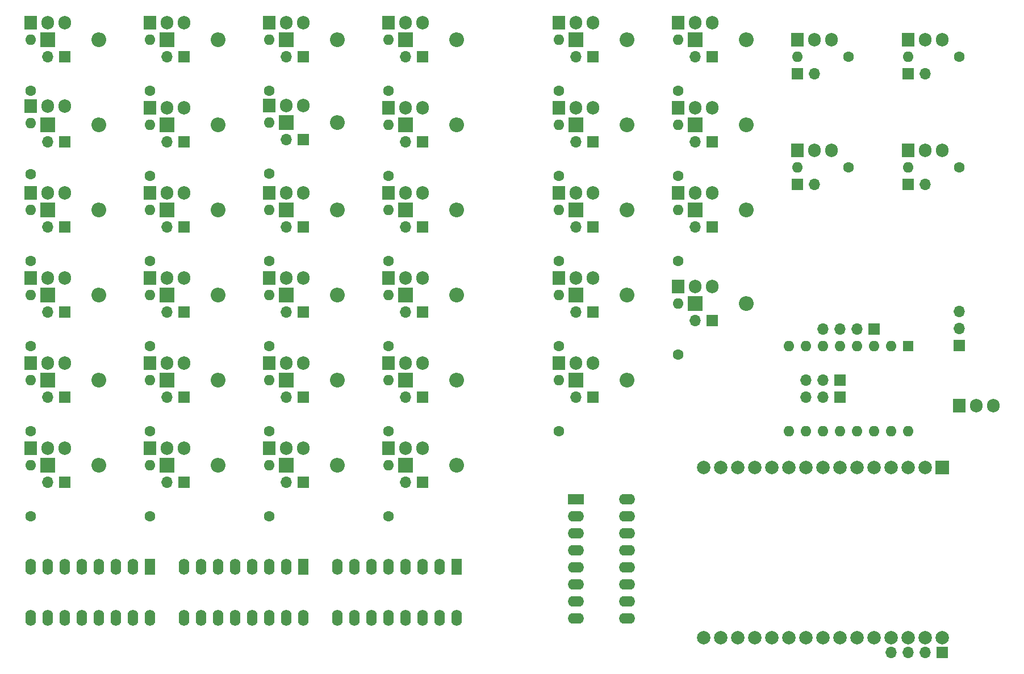
<source format=gbr>
%TF.GenerationSoftware,KiCad,Pcbnew,(6.0.8)*%
%TF.CreationDate,2022-12-05T13:38:34-05:00*%
%TF.ProjectId,MIDIViolina,4d494449-5669-46f6-9c69-6e612e6b6963,1.00*%
%TF.SameCoordinates,PX4163808PY853a720*%
%TF.FileFunction,Soldermask,Top*%
%TF.FilePolarity,Negative*%
%FSLAX46Y46*%
G04 Gerber Fmt 4.6, Leading zero omitted, Abs format (unit mm)*
G04 Created by KiCad (PCBNEW (6.0.8)) date 2022-12-05 13:38:34*
%MOMM*%
%LPD*%
G01*
G04 APERTURE LIST*
%ADD10C,1.600000*%
%ADD11O,1.600000X1.600000*%
%ADD12R,1.905000X2.000000*%
%ADD13O,1.905000X2.000000*%
%ADD14R,1.700000X1.700000*%
%ADD15O,1.700000X1.700000*%
%ADD16R,2.200000X2.200000*%
%ADD17O,2.200000X2.200000*%
%ADD18O,1.600000X2.400000*%
%ADD19R,1.600000X2.400000*%
%ADD20R,1.600000X1.600000*%
%ADD21R,2.400000X1.600000*%
%ADD22O,2.400000X1.600000*%
%ADD23R,2.000000X2.000000*%
%ADD24C,2.000000*%
G04 APERTURE END LIST*
D10*
%TO.C,R5*%
X82565000Y35560000D03*
D11*
X82565000Y43180000D03*
%TD*%
D12*
%TO.C,Q5*%
X82565000Y45720000D03*
D13*
X85105000Y45720000D03*
X87645000Y45720000D03*
%TD*%
D14*
%TO.C,J7*%
X87645000Y40640000D03*
D15*
X85105000Y40640000D03*
%TD*%
D16*
%TO.C,D1*%
X85105000Y43180000D03*
D17*
X92725000Y43180000D03*
%TD*%
D18*
%TO.C,U6*%
X67310000Y7635000D03*
X64770000Y7635000D03*
X62230000Y7635000D03*
X59690000Y7635000D03*
X57150000Y7635000D03*
X54610000Y7635000D03*
X52070000Y7635000D03*
X49530000Y7635000D03*
X49530000Y15255000D03*
X52070000Y15255000D03*
X54610000Y15255000D03*
X57150000Y15255000D03*
X59690000Y15255000D03*
X62230000Y15255000D03*
X64770000Y15255000D03*
D19*
X67310000Y15255000D03*
%TD*%
D12*
%TO.C,U1*%
X142255000Y39370000D03*
D13*
X144795000Y39370000D03*
X147335000Y39370000D03*
%TD*%
D16*
%TO.C,D20*%
X85105000Y55880000D03*
D17*
X92725000Y55880000D03*
%TD*%
D13*
%TO.C,Q9*%
X26685000Y83820000D03*
X24145000Y83820000D03*
D12*
X21605000Y83820000D03*
%TD*%
D17*
%TO.C,D19*%
X49545000Y55880000D03*
D16*
X41925000Y55880000D03*
%TD*%
D17*
%TO.C,D31*%
X13985000Y43180000D03*
D16*
X6365000Y43180000D03*
%TD*%
D11*
%TO.C,R20*%
X21605000Y43180000D03*
D10*
X21605000Y35560000D03*
%TD*%
D13*
%TO.C,Q33*%
X62245000Y58420000D03*
X59705000Y58420000D03*
D12*
X57165000Y58420000D03*
%TD*%
D17*
%TO.C,D11*%
X31765000Y93980000D03*
D16*
X24145000Y93980000D03*
%TD*%
D10*
%TO.C,R12*%
X82565000Y73660000D03*
D11*
X82565000Y81280000D03*
%TD*%
D10*
%TO.C,R1*%
X142255000Y91440000D03*
D11*
X134635000Y91440000D03*
%TD*%
D15*
%TO.C,J28*%
X41925000Y53340000D03*
D14*
X44465000Y53340000D03*
%TD*%
%TO.C,J9*%
X139705000Y2540000D03*
D15*
X137165000Y2540000D03*
X134625000Y2540000D03*
X132085000Y2540000D03*
%TD*%
%TO.C,J36*%
X6365000Y53340000D03*
D14*
X8905000Y53340000D03*
%TD*%
D12*
%TO.C,Q2*%
X134635000Y77470000D03*
D13*
X137175000Y77470000D03*
X139715000Y77470000D03*
%TD*%
%TO.C,Q15*%
X26685000Y96520000D03*
X24145000Y96520000D03*
D12*
X21605000Y96520000D03*
%TD*%
%TO.C,Q7*%
X100345000Y71120000D03*
D13*
X102885000Y71120000D03*
X105425000Y71120000D03*
%TD*%
D20*
%TO.C,A1*%
X134635000Y48250000D03*
D11*
X132095000Y48250000D03*
X129555000Y48250000D03*
X127015000Y48250000D03*
X124475000Y48250000D03*
X121935000Y48250000D03*
X119395000Y48250000D03*
X116855000Y48250000D03*
X116855000Y35550000D03*
X119395000Y35550000D03*
X121935000Y35550000D03*
X124475000Y35550000D03*
X127015000Y35550000D03*
X129555000Y35550000D03*
X132095000Y35550000D03*
X134635000Y35550000D03*
%TD*%
D16*
%TO.C,D2*%
X85105000Y93980000D03*
D17*
X92725000Y93980000D03*
%TD*%
D12*
%TO.C,Q12*%
X82565000Y83820000D03*
D13*
X85105000Y83820000D03*
X87645000Y83820000D03*
%TD*%
D12*
%TO.C,Q24*%
X82565000Y58420000D03*
D13*
X85105000Y58420000D03*
X87645000Y58420000D03*
%TD*%
%TO.C,Q10*%
X44465000Y33020000D03*
X41925000Y33020000D03*
D12*
X39385000Y33020000D03*
%TD*%
D11*
%TO.C,R17*%
X21605000Y55880000D03*
D10*
X21605000Y48260000D03*
%TD*%
D13*
%TO.C,Q23*%
X44465000Y58420000D03*
X41925000Y58420000D03*
D12*
X39385000Y58420000D03*
%TD*%
D13*
%TO.C,Q13*%
X8905000Y96520000D03*
X6365000Y96520000D03*
D12*
X3825000Y96520000D03*
%TD*%
D17*
%TO.C,D18*%
X67325000Y81280000D03*
D16*
X59705000Y81280000D03*
%TD*%
D15*
%TO.C,J27*%
X59705000Y78740000D03*
D14*
X62245000Y78740000D03*
%TD*%
D17*
%TO.C,D4*%
X13985000Y30480000D03*
D16*
X6365000Y30480000D03*
%TD*%
D11*
%TO.C,R8*%
X3825000Y30480000D03*
D10*
X3825000Y22860000D03*
%TD*%
D12*
%TO.C,Q1*%
X134635000Y93980000D03*
D13*
X137175000Y93980000D03*
X139715000Y93980000D03*
%TD*%
D14*
%TO.C,J3*%
X118125000Y72390000D03*
D15*
X120665000Y72390000D03*
%TD*%
D17*
%TO.C,D28*%
X49545000Y68580000D03*
D16*
X41925000Y68580000D03*
%TD*%
D13*
%TO.C,Q20*%
X26685000Y45720000D03*
X24145000Y45720000D03*
D12*
X21605000Y45720000D03*
%TD*%
D11*
%TO.C,R9*%
X21605000Y81280000D03*
D10*
X21605000Y73660000D03*
%TD*%
D11*
%TO.C,R37*%
X57165000Y43180000D03*
D10*
X57165000Y35560000D03*
%TD*%
%TO.C,R7*%
X100345000Y60960000D03*
D11*
X100345000Y68580000D03*
%TD*%
D14*
%TO.C,J17*%
X87645000Y78740000D03*
D15*
X85105000Y78740000D03*
%TD*%
D11*
%TO.C,R32*%
X39385000Y68580000D03*
D10*
X39385000Y60960000D03*
%TD*%
D14*
%TO.C,J5*%
X142255000Y48275000D03*
D15*
X142255000Y50815000D03*
X142255000Y53355000D03*
%TD*%
D14*
%TO.C,J12*%
X105425000Y66040000D03*
D15*
X102885000Y66040000D03*
%TD*%
D11*
%TO.C,R16*%
X57165000Y93980000D03*
D10*
X57165000Y86360000D03*
%TD*%
D17*
%TO.C,D17*%
X49545000Y93980000D03*
D16*
X41925000Y93980000D03*
%TD*%
D12*
%TO.C,Q18*%
X82565000Y71120000D03*
D13*
X85105000Y71120000D03*
X87645000Y71120000D03*
%TD*%
D15*
%TO.C,J20*%
X24145000Y91440000D03*
D14*
X26685000Y91440000D03*
%TD*%
D15*
%TO.C,J25*%
X24145000Y40640000D03*
D14*
X26685000Y40640000D03*
%TD*%
D11*
%TO.C,R25*%
X3825000Y68580000D03*
D10*
X3825000Y60960000D03*
%TD*%
D12*
%TO.C,Q34*%
X100345000Y83820000D03*
D13*
X102885000Y83820000D03*
X105425000Y83820000D03*
%TD*%
D14*
%TO.C,J29*%
X87645000Y53340000D03*
D15*
X85105000Y53340000D03*
%TD*%
%TO.C,J34*%
X59705000Y27940000D03*
D14*
X62245000Y27940000D03*
%TD*%
D17*
%TO.C,D22*%
X31765000Y30480000D03*
D16*
X24145000Y30480000D03*
%TD*%
D15*
%TO.C,J38*%
X59705000Y53340000D03*
D14*
X62245000Y53340000D03*
%TD*%
D11*
%TO.C,R15*%
X21605000Y93980000D03*
D10*
X21605000Y86360000D03*
%TD*%
D13*
%TO.C,Q29*%
X62245000Y33020000D03*
X59705000Y33020000D03*
D12*
X57165000Y33020000D03*
%TD*%
D15*
%TO.C,J31*%
X24145000Y27940000D03*
D14*
X26685000Y27940000D03*
%TD*%
D17*
%TO.C,D15*%
X13985000Y81280000D03*
D16*
X6365000Y81280000D03*
%TD*%
D13*
%TO.C,Q8*%
X8905000Y33020000D03*
X6365000Y33020000D03*
D12*
X3825000Y33020000D03*
%TD*%
D14*
%TO.C,J2*%
X134635000Y72390000D03*
D15*
X137175000Y72390000D03*
%TD*%
D10*
%TO.C,R4*%
X125745000Y91440000D03*
D11*
X118125000Y91440000D03*
%TD*%
D13*
%TO.C,Q21*%
X44465000Y96520000D03*
X41925000Y96520000D03*
D12*
X39385000Y96520000D03*
%TD*%
D11*
%TO.C,R31*%
X3825000Y55880000D03*
D10*
X3825000Y48260000D03*
%TD*%
D17*
%TO.C,D5*%
X31765000Y81280000D03*
D16*
X24145000Y81280000D03*
%TD*%
D10*
%TO.C,R24*%
X82565000Y48260000D03*
D11*
X82565000Y55880000D03*
%TD*%
D14*
%TO.C,J4*%
X118125000Y88900000D03*
D15*
X120665000Y88900000D03*
%TD*%
D14*
%TO.C,J1*%
X134635000Y88900000D03*
D15*
X137175000Y88900000D03*
%TD*%
D11*
%TO.C,R27*%
X39385000Y81605000D03*
D10*
X39385000Y73985000D03*
%TD*%
D15*
%TO.C,J42*%
X59705000Y40640000D03*
D14*
X62245000Y40640000D03*
%TD*%
D10*
%TO.C,R34*%
X100345000Y73660000D03*
D11*
X100345000Y81280000D03*
%TD*%
D15*
%TO.C,J14*%
X24145000Y78740000D03*
D14*
X26685000Y78740000D03*
%TD*%
D16*
%TO.C,D7*%
X102885000Y54610000D03*
D17*
X110505000Y54610000D03*
%TD*%
D15*
%TO.C,J19*%
X24145000Y66040000D03*
D14*
X26685000Y66040000D03*
%TD*%
D11*
%TO.C,R33*%
X57165000Y55880000D03*
D10*
X57165000Y48260000D03*
%TD*%
D11*
%TO.C,R36*%
X39385000Y43180000D03*
D10*
X39385000Y35560000D03*
%TD*%
D11*
%TO.C,R28*%
X57165000Y68580000D03*
D10*
X57165000Y60960000D03*
%TD*%
%TO.C,R11*%
X100345000Y46990000D03*
D11*
X100345000Y54610000D03*
%TD*%
%TO.C,R19*%
X3825000Y81540000D03*
D10*
X3825000Y73920000D03*
%TD*%
D15*
%TO.C,J21*%
X59705000Y91440000D03*
D14*
X62245000Y91440000D03*
%TD*%
D13*
%TO.C,Q31*%
X8905000Y58420000D03*
X6365000Y58420000D03*
D12*
X3825000Y58420000D03*
%TD*%
D11*
%TO.C,R23*%
X39385000Y55880000D03*
D10*
X39385000Y48260000D03*
%TD*%
D14*
%TO.C,J39*%
X105425000Y78740000D03*
D15*
X102885000Y78740000D03*
%TD*%
D10*
%TO.C,R3*%
X125745000Y74930000D03*
D11*
X118125000Y74930000D03*
%TD*%
D15*
%TO.C,J26*%
X41925000Y91440000D03*
D14*
X44465000Y91440000D03*
%TD*%
D15*
%TO.C,J32*%
X41925000Y79065000D03*
D14*
X44465000Y79065000D03*
%TD*%
D12*
%TO.C,Q3*%
X118125000Y77470000D03*
D13*
X120665000Y77470000D03*
X123205000Y77470000D03*
%TD*%
D15*
%TO.C,J22*%
X24145000Y53340000D03*
D14*
X26685000Y53340000D03*
%TD*%
D21*
%TO.C,U3*%
X85090000Y25385000D03*
D22*
X85090000Y22845000D03*
X85090000Y20305000D03*
X85090000Y17765000D03*
X85090000Y15225000D03*
X85090000Y12685000D03*
X85090000Y10145000D03*
X85090000Y7605000D03*
X92710000Y7605000D03*
X92710000Y10145000D03*
X92710000Y12685000D03*
X92710000Y15225000D03*
X92710000Y17765000D03*
X92710000Y20305000D03*
X92710000Y22845000D03*
X92710000Y25385000D03*
%TD*%
D17*
%TO.C,D13*%
X31765000Y55880000D03*
D16*
X24145000Y55880000D03*
%TD*%
D13*
%TO.C,Q17*%
X26685000Y58420000D03*
X24145000Y58420000D03*
D12*
X21605000Y58420000D03*
%TD*%
%TO.C,Q4*%
X118125000Y93980000D03*
D13*
X120665000Y93980000D03*
X123205000Y93980000D03*
%TD*%
D12*
%TO.C,Q30*%
X100345000Y96520000D03*
D13*
X102885000Y96520000D03*
X105425000Y96520000D03*
%TD*%
D16*
%TO.C,D26*%
X102885000Y93980000D03*
D17*
X110505000Y93980000D03*
%TD*%
D18*
%TO.C,U5*%
X44450000Y7635000D03*
X41910000Y7635000D03*
X39370000Y7635000D03*
X36830000Y7635000D03*
X34290000Y7635000D03*
X31750000Y7635000D03*
X29210000Y7635000D03*
X26670000Y7635000D03*
X26670000Y15255000D03*
X29210000Y15255000D03*
X31750000Y15255000D03*
X34290000Y15255000D03*
X36830000Y15255000D03*
X39370000Y15255000D03*
X41910000Y15255000D03*
D19*
X44450000Y15255000D03*
%TD*%
D14*
%TO.C,J11*%
X87645000Y91440000D03*
D15*
X85105000Y91440000D03*
%TD*%
D17*
%TO.C,D32*%
X49545000Y43180000D03*
D16*
X41925000Y43180000D03*
%TD*%
D11*
%TO.C,R21*%
X39385000Y93980000D03*
D10*
X39385000Y86360000D03*
%TD*%
D13*
%TO.C,Q27*%
X44465000Y84145000D03*
X41925000Y84145000D03*
D12*
X39385000Y84145000D03*
%TD*%
D17*
%TO.C,D16*%
X31765000Y43180000D03*
D16*
X24145000Y43180000D03*
%TD*%
D13*
%TO.C,Q35*%
X8905000Y45720000D03*
X6365000Y45720000D03*
D12*
X3825000Y45720000D03*
%TD*%
D13*
%TO.C,Q22*%
X62245000Y83820000D03*
X59705000Y83820000D03*
D12*
X57165000Y83820000D03*
%TD*%
D11*
%TO.C,R35*%
X3825000Y43180000D03*
D10*
X3825000Y35560000D03*
%TD*%
D15*
%TO.C,J30*%
X6365000Y66040000D03*
D14*
X8905000Y66040000D03*
%TD*%
D15*
%TO.C,J37*%
X41925000Y66040000D03*
D14*
X44465000Y66040000D03*
%TD*%
D11*
%TO.C,R26*%
X21605000Y30480000D03*
D10*
X21605000Y22860000D03*
%TD*%
D13*
%TO.C,Q26*%
X26685000Y33020000D03*
X24145000Y33020000D03*
D12*
X21605000Y33020000D03*
%TD*%
D17*
%TO.C,D6*%
X49545000Y30480000D03*
D16*
X41925000Y30480000D03*
%TD*%
D11*
%TO.C,R13*%
X3825000Y93980000D03*
D10*
X3825000Y86360000D03*
%TD*%
D12*
%TO.C,Q6*%
X82565000Y96520000D03*
D13*
X85105000Y96520000D03*
X87645000Y96520000D03*
%TD*%
D16*
%TO.C,D14*%
X85105000Y68580000D03*
D17*
X92725000Y68580000D03*
%TD*%
D11*
%TO.C,R29*%
X57165000Y30480000D03*
D10*
X57165000Y22860000D03*
%TD*%
D15*
%TO.C,J18*%
X6365000Y91440000D03*
D14*
X8905000Y91440000D03*
%TD*%
D17*
%TO.C,D29*%
X67325000Y55880000D03*
D16*
X59705000Y55880000D03*
%TD*%
D14*
%TO.C,J10*%
X129545000Y50800000D03*
D15*
X127005000Y50800000D03*
X124465000Y50800000D03*
X121925000Y50800000D03*
%TD*%
D10*
%TO.C,R18*%
X82565000Y60960000D03*
D11*
X82565000Y68580000D03*
%TD*%
%TO.C,R22*%
X57165000Y81280000D03*
D10*
X57165000Y73660000D03*
%TD*%
%TO.C,R2*%
X142255000Y74930000D03*
D11*
X134635000Y74930000D03*
%TD*%
D14*
%TO.C,J8*%
X124460000Y40640000D03*
D15*
X121920000Y40640000D03*
X119380000Y40640000D03*
%TD*%
D13*
%TO.C,Q28*%
X62245000Y71120000D03*
X59705000Y71120000D03*
D12*
X57165000Y71120000D03*
%TD*%
D17*
%TO.C,D12*%
X67325000Y93980000D03*
D16*
X59705000Y93980000D03*
%TD*%
D23*
%TO.C,U2*%
X139715000Y30115000D03*
D24*
X137175000Y30115000D03*
X134635000Y30115000D03*
X132095000Y30115000D03*
X129555000Y30115000D03*
X127015000Y30115000D03*
X124475000Y30115000D03*
X121935000Y30115000D03*
X119395000Y30115000D03*
X116855000Y30115000D03*
X114315000Y30115000D03*
X111775000Y30115000D03*
X109235000Y30115000D03*
X106695000Y30115000D03*
X104155000Y30115000D03*
X104155000Y4715000D03*
X106695000Y4715000D03*
X109235000Y4715000D03*
X111775000Y4715000D03*
X114315000Y4715000D03*
X116855000Y4715000D03*
X119395000Y4715000D03*
X121935000Y4715000D03*
X124475000Y4715000D03*
X127015000Y4715000D03*
X129555000Y4715000D03*
X132095000Y4715000D03*
X134635000Y4715000D03*
X137175000Y4715000D03*
X139715000Y4715000D03*
%TD*%
D17*
%TO.C,D25*%
X67325000Y30480000D03*
D16*
X59705000Y30480000D03*
%TD*%
D14*
%TO.C,J35*%
X105425000Y91440000D03*
D15*
X102885000Y91440000D03*
%TD*%
D16*
%TO.C,D8*%
X85105000Y81280000D03*
D17*
X92725000Y81280000D03*
%TD*%
%TO.C,D24*%
X67325000Y68580000D03*
D16*
X59705000Y68580000D03*
%TD*%
D17*
%TO.C,D21*%
X13985000Y68580000D03*
D16*
X6365000Y68580000D03*
%TD*%
D10*
%TO.C,R6*%
X82565000Y86360000D03*
D11*
X82565000Y93980000D03*
%TD*%
D15*
%TO.C,J24*%
X6365000Y78740000D03*
D14*
X8905000Y78740000D03*
%TD*%
D15*
%TO.C,J33*%
X59705000Y66040000D03*
D14*
X62245000Y66040000D03*
%TD*%
D17*
%TO.C,D9*%
X13985000Y93980000D03*
D16*
X6365000Y93980000D03*
%TD*%
D11*
%TO.C,R10*%
X39385000Y30480000D03*
D10*
X39385000Y22860000D03*
%TD*%
D17*
%TO.C,D27*%
X13985000Y55880000D03*
D16*
X6365000Y55880000D03*
%TD*%
D17*
%TO.C,D33*%
X67325000Y43180000D03*
D16*
X59705000Y43180000D03*
%TD*%
D13*
%TO.C,Q25*%
X8905000Y71120000D03*
X6365000Y71120000D03*
D12*
X3825000Y71120000D03*
%TD*%
D16*
%TO.C,D30*%
X102885000Y81280000D03*
D17*
X110505000Y81280000D03*
%TD*%
D14*
%TO.C,J23*%
X87645000Y66040000D03*
D15*
X85105000Y66040000D03*
%TD*%
D13*
%TO.C,Q32*%
X44465000Y71120000D03*
X41925000Y71120000D03*
D12*
X39385000Y71120000D03*
%TD*%
D15*
%TO.C,J15*%
X41925000Y27940000D03*
D14*
X44465000Y27940000D03*
%TD*%
D13*
%TO.C,Q19*%
X8905000Y84080000D03*
X6365000Y84080000D03*
D12*
X3825000Y84080000D03*
%TD*%
D13*
%TO.C,Q36*%
X44465000Y45720000D03*
X41925000Y45720000D03*
D12*
X39385000Y45720000D03*
%TD*%
D17*
%TO.C,D23*%
X49545000Y81605000D03*
D16*
X41925000Y81605000D03*
%TD*%
D13*
%TO.C,Q14*%
X26685000Y71120000D03*
X24145000Y71120000D03*
D12*
X21605000Y71120000D03*
%TD*%
D13*
%TO.C,Q16*%
X62245000Y96520000D03*
X59705000Y96520000D03*
D12*
X57165000Y96520000D03*
%TD*%
D17*
%TO.C,D10*%
X31765000Y68580000D03*
D16*
X24145000Y68580000D03*
%TD*%
D14*
%TO.C,J16*%
X105425000Y52070000D03*
D15*
X102885000Y52070000D03*
%TD*%
D12*
%TO.C,Q11*%
X100345000Y57150000D03*
D13*
X102885000Y57150000D03*
X105425000Y57150000D03*
%TD*%
D16*
%TO.C,D3*%
X102885000Y68580000D03*
D17*
X110505000Y68580000D03*
%TD*%
D13*
%TO.C,Q37*%
X62245000Y45720000D03*
X59705000Y45720000D03*
D12*
X57165000Y45720000D03*
%TD*%
D15*
%TO.C,J40*%
X6365000Y40640000D03*
D14*
X8905000Y40640000D03*
%TD*%
D15*
%TO.C,J41*%
X41925000Y40640000D03*
D14*
X44465000Y40640000D03*
%TD*%
D10*
%TO.C,R30*%
X100345000Y86360000D03*
D11*
X100345000Y93980000D03*
%TD*%
D18*
%TO.C,U4*%
X21590000Y7635000D03*
X19050000Y7635000D03*
X16510000Y7635000D03*
X13970000Y7635000D03*
X11430000Y7635000D03*
X8890000Y7635000D03*
X6350000Y7635000D03*
X3810000Y7635000D03*
X3810000Y15255000D03*
X6350000Y15255000D03*
X8890000Y15255000D03*
X11430000Y15255000D03*
X13970000Y15255000D03*
X16510000Y15255000D03*
X19050000Y15255000D03*
D19*
X21590000Y15255000D03*
%TD*%
D14*
%TO.C,J6*%
X124460000Y43180000D03*
D15*
X121920000Y43180000D03*
X119380000Y43180000D03*
%TD*%
D11*
%TO.C,R14*%
X21605000Y68580000D03*
D10*
X21605000Y60960000D03*
%TD*%
D15*
%TO.C,J13*%
X6365000Y27940000D03*
D14*
X8905000Y27940000D03*
%TD*%
M02*

</source>
